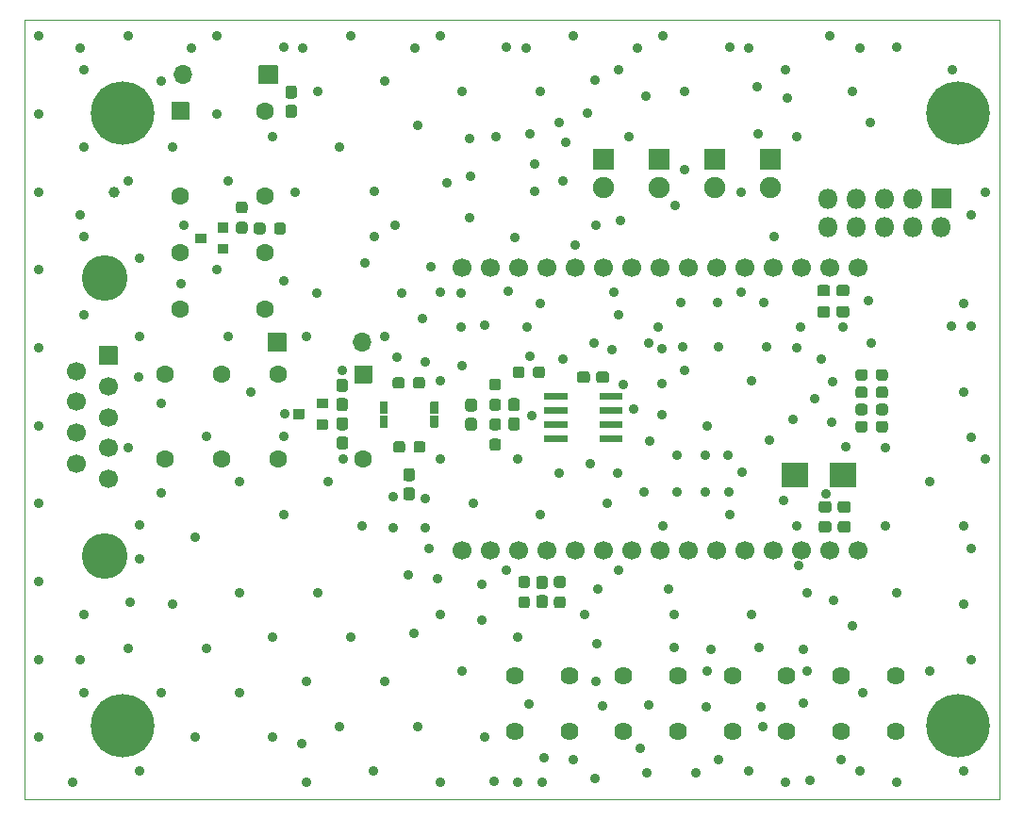
<source format=gbr>
%TF.GenerationSoftware,KiCad,Pcbnew,(5.1.8)-1*%
%TF.CreationDate,2020-12-02T11:58:54+01:00*%
%TF.ProjectId,Board,426f6172-642e-46b6-9963-61645f706362,rev?*%
%TF.SameCoordinates,PX253b400PY7a67730*%
%TF.FileFunction,Soldermask,Bot*%
%TF.FilePolarity,Negative*%
%FSLAX46Y46*%
G04 Gerber Fmt 4.6, Leading zero omitted, Abs format (unit mm)*
G04 Created by KiCad (PCBNEW (5.1.8)-1) date 2020-12-02 11:58:54*
%MOMM*%
%LPD*%
G01*
G04 APERTURE LIST*
%TA.AperFunction,Profile*%
%ADD10C,0.050000*%
%TD*%
%ADD11O,1.800000X1.800000*%
%ADD12C,1.000000*%
%ADD13C,1.700000*%
%ADD14C,5.700000*%
%ADD15O,1.700000X1.700000*%
%ADD16C,4.100000*%
%ADD17C,1.624000*%
%ADD18C,1.608000*%
%ADD19C,1.900000*%
%ADD20C,0.900000*%
G04 APERTURE END LIST*
D10*
X0Y70000000D02*
X0Y0D01*
X87500000Y70000000D02*
X0Y70000000D01*
X87500000Y0D02*
X87500000Y70000000D01*
X0Y0D02*
X87500000Y0D01*
D11*
X72160000Y51430000D03*
X72160000Y53970000D03*
X74700000Y51430000D03*
X74700000Y53970000D03*
X77240000Y51430000D03*
X77240000Y53970000D03*
X79780000Y51430000D03*
X79780000Y53970000D03*
X82320000Y51430000D03*
G36*
G01*
X81470000Y54870000D02*
X83170000Y54870000D01*
G75*
G02*
X83220000Y54820000I0J-50000D01*
G01*
X83220000Y53120000D01*
G75*
G02*
X83170000Y53070000I-50000J0D01*
G01*
X81470000Y53070000D01*
G75*
G02*
X81420000Y53120000I0J50000D01*
G01*
X81420000Y54820000D01*
G75*
G02*
X81470000Y54870000I50000J0D01*
G01*
G37*
D12*
X8000000Y54500000D03*
D13*
X39262000Y22374000D03*
X41802000Y22374000D03*
X44342000Y22374000D03*
X46882000Y22374000D03*
X49422000Y22374000D03*
X51962000Y22374000D03*
X54502000Y22374000D03*
X57042000Y22374000D03*
X59582000Y22374000D03*
X62122000Y22374000D03*
X64662000Y22374000D03*
X67202000Y22374000D03*
X69742000Y22374000D03*
X72282000Y22374000D03*
X74822000Y22374000D03*
X39262000Y47774000D03*
X41802000Y47774000D03*
X44342000Y47774000D03*
X46882000Y47774000D03*
X49422000Y47774000D03*
X51962000Y47774000D03*
X54502000Y47774000D03*
X57042000Y47774000D03*
X59582000Y47774000D03*
X62122000Y47774000D03*
X64662000Y47774000D03*
X67202000Y47774000D03*
X69742000Y47774000D03*
X72282000Y47774000D03*
X74822000Y47774000D03*
D14*
X83800000Y6600000D03*
X83800000Y61600000D03*
X8800000Y61600000D03*
X8800000Y6600000D03*
D15*
X30270000Y41050000D03*
G36*
G01*
X21800000Y40250000D02*
X21800000Y41850000D01*
G75*
G02*
X21850000Y41900000I50000J0D01*
G01*
X23450000Y41900000D01*
G75*
G02*
X23500000Y41850000I0J-50000D01*
G01*
X23500000Y40250000D01*
G75*
G02*
X23450000Y40200000I-50000J0D01*
G01*
X21850000Y40200000D01*
G75*
G02*
X21800000Y40250000I0J50000D01*
G01*
G37*
G36*
G01*
X34247500Y28022500D02*
X34772500Y28022500D01*
G75*
G02*
X35035000Y27760000I0J-262500D01*
G01*
X35035000Y27110000D01*
G75*
G02*
X34772500Y26847500I-262500J0D01*
G01*
X34247500Y26847500D01*
G75*
G02*
X33985000Y27110000I0J262500D01*
G01*
X33985000Y27760000D01*
G75*
G02*
X34247500Y28022500I262500J0D01*
G01*
G37*
G36*
G01*
X34247500Y29747500D02*
X34772500Y29747500D01*
G75*
G02*
X35035000Y29485000I0J-262500D01*
G01*
X35035000Y28835000D01*
G75*
G02*
X34772500Y28572500I-262500J0D01*
G01*
X34247500Y28572500D01*
G75*
G02*
X33985000Y28835000I0J262500D01*
G01*
X33985000Y29485000D01*
G75*
G02*
X34247500Y29747500I262500J0D01*
G01*
G37*
G36*
G01*
X51310000Y37647500D02*
X51310000Y38172500D01*
G75*
G02*
X51572500Y38435000I262500J0D01*
G01*
X52222500Y38435000D01*
G75*
G02*
X52485000Y38172500I0J-262500D01*
G01*
X52485000Y37647500D01*
G75*
G02*
X52222500Y37385000I-262500J0D01*
G01*
X51572500Y37385000D01*
G75*
G02*
X51310000Y37647500I0J262500D01*
G01*
G37*
G36*
G01*
X49585000Y37647500D02*
X49585000Y38172500D01*
G75*
G02*
X49847500Y38435000I262500J0D01*
G01*
X50497500Y38435000D01*
G75*
G02*
X50760000Y38172500I0J-262500D01*
G01*
X50760000Y37647500D01*
G75*
G02*
X50497500Y37385000I-262500J0D01*
G01*
X49847500Y37385000D01*
G75*
G02*
X49585000Y37647500I0J262500D01*
G01*
G37*
D16*
X7200000Y21810000D03*
X7200000Y46810000D03*
D13*
X4660000Y30155000D03*
X4660000Y32925000D03*
X4660000Y35695000D03*
X4660000Y38465000D03*
X7500000Y28770000D03*
X7500000Y31540000D03*
X7500000Y34310000D03*
X7500000Y37080000D03*
G36*
G01*
X6700000Y40700000D02*
X8300000Y40700000D01*
G75*
G02*
X8350000Y40650000I0J-50000D01*
G01*
X8350000Y39050000D01*
G75*
G02*
X8300000Y39000000I-50000J0D01*
G01*
X6700000Y39000000D01*
G75*
G02*
X6650000Y39050000I0J50000D01*
G01*
X6650000Y40650000D01*
G75*
G02*
X6700000Y40700000I50000J0D01*
G01*
G37*
D17*
X44030000Y11130000D03*
X48910000Y11130000D03*
X53790000Y11130000D03*
X58670000Y11130000D03*
X63550000Y11130000D03*
X68430000Y11130000D03*
X73310000Y11130000D03*
X78190000Y11130000D03*
X44030000Y6130000D03*
X48910000Y6130000D03*
X53790000Y6130000D03*
X58670000Y6130000D03*
X63550000Y6130000D03*
X68430000Y6130000D03*
X73310000Y6130000D03*
X78190000Y6130000D03*
G36*
G01*
X31194000Y38914000D02*
X31194000Y37406000D01*
G75*
G02*
X31144000Y37356000I-50000J0D01*
G01*
X29636000Y37356000D01*
G75*
G02*
X29586000Y37406000I0J50000D01*
G01*
X29586000Y38914000D01*
G75*
G02*
X29636000Y38964000I50000J0D01*
G01*
X31144000Y38964000D01*
G75*
G02*
X31194000Y38914000I0J-50000D01*
G01*
G37*
D18*
X30390000Y30540000D03*
X22770000Y30540000D03*
X22770000Y38160000D03*
X17690000Y38160000D03*
X17690000Y30540000D03*
X12610000Y30540000D03*
X12610000Y38160000D03*
G36*
G01*
X44898500Y38616500D02*
X44898500Y38091500D01*
G75*
G02*
X44636000Y37829000I-262500J0D01*
G01*
X44086000Y37829000D01*
G75*
G02*
X43823500Y38091500I0J262500D01*
G01*
X43823500Y38616500D01*
G75*
G02*
X44086000Y38879000I262500J0D01*
G01*
X44636000Y38879000D01*
G75*
G02*
X44898500Y38616500I0J-262500D01*
G01*
G37*
G36*
G01*
X46723500Y38616500D02*
X46723500Y38091500D01*
G75*
G02*
X46461000Y37829000I-262500J0D01*
G01*
X45911000Y37829000D01*
G75*
G02*
X45648500Y38091500I0J262500D01*
G01*
X45648500Y38616500D01*
G75*
G02*
X45911000Y38879000I262500J0D01*
G01*
X46461000Y38879000D01*
G75*
G02*
X46723500Y38616500I0J-262500D01*
G01*
G37*
G36*
G01*
X19752500Y52627500D02*
X19227500Y52627500D01*
G75*
G02*
X18965000Y52890000I0J262500D01*
G01*
X18965000Y53440000D01*
G75*
G02*
X19227500Y53702500I262500J0D01*
G01*
X19752500Y53702500D01*
G75*
G02*
X20015000Y53440000I0J-262500D01*
G01*
X20015000Y52890000D01*
G75*
G02*
X19752500Y52627500I-262500J0D01*
G01*
G37*
G36*
G01*
X19752500Y50802500D02*
X19227500Y50802500D01*
G75*
G02*
X18965000Y51065000I0J262500D01*
G01*
X18965000Y51615000D01*
G75*
G02*
X19227500Y51877500I262500J0D01*
G01*
X19752500Y51877500D01*
G75*
G02*
X20015000Y51615000I0J-262500D01*
G01*
X20015000Y51065000D01*
G75*
G02*
X19752500Y50802500I-262500J0D01*
G01*
G37*
G36*
G01*
X22382500Y51007500D02*
X22382500Y51532500D01*
G75*
G02*
X22645000Y51795000I262500J0D01*
G01*
X23195000Y51795000D01*
G75*
G02*
X23457500Y51532500I0J-262500D01*
G01*
X23457500Y51007500D01*
G75*
G02*
X23195000Y50745000I-262500J0D01*
G01*
X22645000Y50745000D01*
G75*
G02*
X22382500Y51007500I0J262500D01*
G01*
G37*
G36*
G01*
X20557500Y51007500D02*
X20557500Y51532500D01*
G75*
G02*
X20820000Y51795000I262500J0D01*
G01*
X21370000Y51795000D01*
G75*
G02*
X21632500Y51532500I0J-262500D01*
G01*
X21632500Y51007500D01*
G75*
G02*
X21370000Y50745000I-262500J0D01*
G01*
X20820000Y50745000D01*
G75*
G02*
X20557500Y51007500I0J262500D01*
G01*
G37*
G36*
G01*
X75685000Y33722500D02*
X75685000Y33197500D01*
G75*
G02*
X75422500Y32935000I-262500J0D01*
G01*
X74872500Y32935000D01*
G75*
G02*
X74610000Y33197500I0J262500D01*
G01*
X74610000Y33722500D01*
G75*
G02*
X74872500Y33985000I262500J0D01*
G01*
X75422500Y33985000D01*
G75*
G02*
X75685000Y33722500I0J-262500D01*
G01*
G37*
G36*
G01*
X77510000Y33722500D02*
X77510000Y33197500D01*
G75*
G02*
X77247500Y32935000I-262500J0D01*
G01*
X76697500Y32935000D01*
G75*
G02*
X76435000Y33197500I0J262500D01*
G01*
X76435000Y33722500D01*
G75*
G02*
X76697500Y33985000I262500J0D01*
G01*
X77247500Y33985000D01*
G75*
G02*
X77510000Y33722500I0J-262500D01*
G01*
G37*
G36*
G01*
X75685000Y35272500D02*
X75685000Y34747500D01*
G75*
G02*
X75422500Y34485000I-262500J0D01*
G01*
X74872500Y34485000D01*
G75*
G02*
X74610000Y34747500I0J262500D01*
G01*
X74610000Y35272500D01*
G75*
G02*
X74872500Y35535000I262500J0D01*
G01*
X75422500Y35535000D01*
G75*
G02*
X75685000Y35272500I0J-262500D01*
G01*
G37*
G36*
G01*
X77510000Y35272500D02*
X77510000Y34747500D01*
G75*
G02*
X77247500Y34485000I-262500J0D01*
G01*
X76697500Y34485000D01*
G75*
G02*
X76435000Y34747500I0J262500D01*
G01*
X76435000Y35272500D01*
G75*
G02*
X76697500Y35535000I262500J0D01*
G01*
X77247500Y35535000D01*
G75*
G02*
X77510000Y35272500I0J-262500D01*
G01*
G37*
G36*
G01*
X75685000Y36822500D02*
X75685000Y36297500D01*
G75*
G02*
X75422500Y36035000I-262500J0D01*
G01*
X74872500Y36035000D01*
G75*
G02*
X74610000Y36297500I0J262500D01*
G01*
X74610000Y36822500D01*
G75*
G02*
X74872500Y37085000I262500J0D01*
G01*
X75422500Y37085000D01*
G75*
G02*
X75685000Y36822500I0J-262500D01*
G01*
G37*
G36*
G01*
X77510000Y36822500D02*
X77510000Y36297500D01*
G75*
G02*
X77247500Y36035000I-262500J0D01*
G01*
X76697500Y36035000D01*
G75*
G02*
X76435000Y36297500I0J262500D01*
G01*
X76435000Y36822500D01*
G75*
G02*
X76697500Y37085000I262500J0D01*
G01*
X77247500Y37085000D01*
G75*
G02*
X77510000Y36822500I0J-262500D01*
G01*
G37*
G36*
G01*
X75685000Y38372500D02*
X75685000Y37847500D01*
G75*
G02*
X75422500Y37585000I-262500J0D01*
G01*
X74872500Y37585000D01*
G75*
G02*
X74610000Y37847500I0J262500D01*
G01*
X74610000Y38372500D01*
G75*
G02*
X74872500Y38635000I262500J0D01*
G01*
X75422500Y38635000D01*
G75*
G02*
X75685000Y38372500I0J-262500D01*
G01*
G37*
G36*
G01*
X77510000Y38372500D02*
X77510000Y37847500D01*
G75*
G02*
X77247500Y37585000I-262500J0D01*
G01*
X76697500Y37585000D01*
G75*
G02*
X76435000Y37847500I0J262500D01*
G01*
X76435000Y38372500D01*
G75*
G02*
X76697500Y38635000I262500J0D01*
G01*
X77247500Y38635000D01*
G75*
G02*
X77510000Y38372500I0J-262500D01*
G01*
G37*
G36*
G01*
X41986500Y32391000D02*
X42511500Y32391000D01*
G75*
G02*
X42774000Y32128500I0J-262500D01*
G01*
X42774000Y31578500D01*
G75*
G02*
X42511500Y31316000I-262500J0D01*
G01*
X41986500Y31316000D01*
G75*
G02*
X41724000Y31578500I0J262500D01*
G01*
X41724000Y32128500D01*
G75*
G02*
X41986500Y32391000I262500J0D01*
G01*
G37*
G36*
G01*
X41986500Y34216000D02*
X42511500Y34216000D01*
G75*
G02*
X42774000Y33953500I0J-262500D01*
G01*
X42774000Y33403500D01*
G75*
G02*
X42511500Y33141000I-262500J0D01*
G01*
X41986500Y33141000D01*
G75*
G02*
X41724000Y33403500I0J262500D01*
G01*
X41724000Y33953500D01*
G75*
G02*
X41986500Y34216000I262500J0D01*
G01*
G37*
G36*
G01*
X41986500Y35970500D02*
X42511500Y35970500D01*
G75*
G02*
X42774000Y35708000I0J-262500D01*
G01*
X42774000Y35158000D01*
G75*
G02*
X42511500Y34895500I-262500J0D01*
G01*
X41986500Y34895500D01*
G75*
G02*
X41724000Y35158000I0J262500D01*
G01*
X41724000Y35708000D01*
G75*
G02*
X41986500Y35970500I262500J0D01*
G01*
G37*
G36*
G01*
X41986500Y37795500D02*
X42511500Y37795500D01*
G75*
G02*
X42774000Y37533000I0J-262500D01*
G01*
X42774000Y36983000D01*
G75*
G02*
X42511500Y36720500I-262500J0D01*
G01*
X41986500Y36720500D01*
G75*
G02*
X41724000Y36983000I0J262500D01*
G01*
X41724000Y37533000D01*
G75*
G02*
X41986500Y37795500I262500J0D01*
G01*
G37*
G36*
G01*
X34162500Y31912500D02*
X34162500Y31387500D01*
G75*
G02*
X33900000Y31125000I-262500J0D01*
G01*
X33350000Y31125000D01*
G75*
G02*
X33087500Y31387500I0J262500D01*
G01*
X33087500Y31912500D01*
G75*
G02*
X33350000Y32175000I262500J0D01*
G01*
X33900000Y32175000D01*
G75*
G02*
X34162500Y31912500I0J-262500D01*
G01*
G37*
G36*
G01*
X35987500Y31912500D02*
X35987500Y31387500D01*
G75*
G02*
X35725000Y31125000I-262500J0D01*
G01*
X35175000Y31125000D01*
G75*
G02*
X34912500Y31387500I0J262500D01*
G01*
X34912500Y31912500D01*
G75*
G02*
X35175000Y32175000I262500J0D01*
G01*
X35725000Y32175000D01*
G75*
G02*
X35987500Y31912500I0J-262500D01*
G01*
G37*
G36*
G01*
X34117500Y37662500D02*
X34117500Y37137500D01*
G75*
G02*
X33855000Y36875000I-262500J0D01*
G01*
X33305000Y36875000D01*
G75*
G02*
X33042500Y37137500I0J262500D01*
G01*
X33042500Y37662500D01*
G75*
G02*
X33305000Y37925000I262500J0D01*
G01*
X33855000Y37925000D01*
G75*
G02*
X34117500Y37662500I0J-262500D01*
G01*
G37*
G36*
G01*
X35942500Y37662500D02*
X35942500Y37137500D01*
G75*
G02*
X35680000Y36875000I-262500J0D01*
G01*
X35130000Y36875000D01*
G75*
G02*
X34867500Y37137500I0J262500D01*
G01*
X34867500Y37662500D01*
G75*
G02*
X35130000Y37925000I262500J0D01*
G01*
X35680000Y37925000D01*
G75*
G02*
X35942500Y37662500I0J-262500D01*
G01*
G37*
G36*
G01*
X47787500Y18232500D02*
X48312500Y18232500D01*
G75*
G02*
X48575000Y17970000I0J-262500D01*
G01*
X48575000Y17420000D01*
G75*
G02*
X48312500Y17157500I-262500J0D01*
G01*
X47787500Y17157500D01*
G75*
G02*
X47525000Y17420000I0J262500D01*
G01*
X47525000Y17970000D01*
G75*
G02*
X47787500Y18232500I262500J0D01*
G01*
G37*
G36*
G01*
X47787500Y20057500D02*
X48312500Y20057500D01*
G75*
G02*
X48575000Y19795000I0J-262500D01*
G01*
X48575000Y19245000D01*
G75*
G02*
X48312500Y18982500I-262500J0D01*
G01*
X47787500Y18982500D01*
G75*
G02*
X47525000Y19245000I0J262500D01*
G01*
X47525000Y19795000D01*
G75*
G02*
X47787500Y20057500I262500J0D01*
G01*
G37*
G36*
G01*
X45102500Y18982500D02*
X44577500Y18982500D01*
G75*
G02*
X44315000Y19245000I0J262500D01*
G01*
X44315000Y19795000D01*
G75*
G02*
X44577500Y20057500I262500J0D01*
G01*
X45102500Y20057500D01*
G75*
G02*
X45365000Y19795000I0J-262500D01*
G01*
X45365000Y19245000D01*
G75*
G02*
X45102500Y18982500I-262500J0D01*
G01*
G37*
G36*
G01*
X45102500Y17157500D02*
X44577500Y17157500D01*
G75*
G02*
X44315000Y17420000I0J262500D01*
G01*
X44315000Y17970000D01*
G75*
G02*
X44577500Y18232500I262500J0D01*
G01*
X45102500Y18232500D01*
G75*
G02*
X45365000Y17970000I0J-262500D01*
G01*
X45365000Y17420000D01*
G75*
G02*
X45102500Y17157500I-262500J0D01*
G01*
G37*
G36*
G01*
X72880000Y43527500D02*
X72880000Y44052500D01*
G75*
G02*
X73142500Y44315000I262500J0D01*
G01*
X73792500Y44315000D01*
G75*
G02*
X74055000Y44052500I0J-262500D01*
G01*
X74055000Y43527500D01*
G75*
G02*
X73792500Y43265000I-262500J0D01*
G01*
X73142500Y43265000D01*
G75*
G02*
X72880000Y43527500I0J262500D01*
G01*
G37*
G36*
G01*
X71155000Y43527500D02*
X71155000Y44052500D01*
G75*
G02*
X71417500Y44315000I262500J0D01*
G01*
X72067500Y44315000D01*
G75*
G02*
X72330000Y44052500I0J-262500D01*
G01*
X72330000Y43527500D01*
G75*
G02*
X72067500Y43265000I-262500J0D01*
G01*
X71417500Y43265000D01*
G75*
G02*
X71155000Y43527500I0J262500D01*
G01*
G37*
G36*
G01*
X72880000Y45437500D02*
X72880000Y45962500D01*
G75*
G02*
X73142500Y46225000I262500J0D01*
G01*
X73792500Y46225000D01*
G75*
G02*
X74055000Y45962500I0J-262500D01*
G01*
X74055000Y45437500D01*
G75*
G02*
X73792500Y45175000I-262500J0D01*
G01*
X73142500Y45175000D01*
G75*
G02*
X72880000Y45437500I0J262500D01*
G01*
G37*
G36*
G01*
X71155000Y45437500D02*
X71155000Y45962500D01*
G75*
G02*
X71417500Y46225000I262500J0D01*
G01*
X72067500Y46225000D01*
G75*
G02*
X72330000Y45962500I0J-262500D01*
G01*
X72330000Y45437500D01*
G75*
G02*
X72067500Y45175000I-262500J0D01*
G01*
X71417500Y45175000D01*
G75*
G02*
X71155000Y45437500I0J262500D01*
G01*
G37*
G36*
G01*
X73003000Y24207500D02*
X73003000Y24732500D01*
G75*
G02*
X73265500Y24995000I262500J0D01*
G01*
X73915500Y24995000D01*
G75*
G02*
X74178000Y24732500I0J-262500D01*
G01*
X74178000Y24207500D01*
G75*
G02*
X73915500Y23945000I-262500J0D01*
G01*
X73265500Y23945000D01*
G75*
G02*
X73003000Y24207500I0J262500D01*
G01*
G37*
G36*
G01*
X71278000Y24207500D02*
X71278000Y24732500D01*
G75*
G02*
X71540500Y24995000I262500J0D01*
G01*
X72190500Y24995000D01*
G75*
G02*
X72453000Y24732500I0J-262500D01*
G01*
X72453000Y24207500D01*
G75*
G02*
X72190500Y23945000I-262500J0D01*
G01*
X71540500Y23945000D01*
G75*
G02*
X71278000Y24207500I0J262500D01*
G01*
G37*
G36*
G01*
X72453000Y26522500D02*
X72453000Y25997500D01*
G75*
G02*
X72190500Y25735000I-262500J0D01*
G01*
X71540500Y25735000D01*
G75*
G02*
X71278000Y25997500I0J262500D01*
G01*
X71278000Y26522500D01*
G75*
G02*
X71540500Y26785000I262500J0D01*
G01*
X72190500Y26785000D01*
G75*
G02*
X72453000Y26522500I0J-262500D01*
G01*
G37*
G36*
G01*
X74178000Y26522500D02*
X74178000Y25997500D01*
G75*
G02*
X73915500Y25735000I-262500J0D01*
G01*
X73265500Y25735000D01*
G75*
G02*
X73003000Y25997500I0J262500D01*
G01*
X73003000Y26522500D01*
G75*
G02*
X73265500Y26785000I262500J0D01*
G01*
X73915500Y26785000D01*
G75*
G02*
X74178000Y26522500I0J-262500D01*
G01*
G37*
G36*
G01*
X24192500Y62935000D02*
X23667500Y62935000D01*
G75*
G02*
X23405000Y63197500I0J262500D01*
G01*
X23405000Y63847500D01*
G75*
G02*
X23667500Y64110000I262500J0D01*
G01*
X24192500Y64110000D01*
G75*
G02*
X24455000Y63847500I0J-262500D01*
G01*
X24455000Y63197500D01*
G75*
G02*
X24192500Y62935000I-262500J0D01*
G01*
G37*
G36*
G01*
X24192500Y61210000D02*
X23667500Y61210000D01*
G75*
G02*
X23405000Y61472500I0J262500D01*
G01*
X23405000Y62122500D01*
G75*
G02*
X23667500Y62385000I262500J0D01*
G01*
X24192500Y62385000D01*
G75*
G02*
X24455000Y62122500I0J-262500D01*
G01*
X24455000Y61472500D01*
G75*
G02*
X24192500Y61210000I-262500J0D01*
G01*
G37*
G36*
G01*
X44202500Y34852500D02*
X43677500Y34852500D01*
G75*
G02*
X43415000Y35115000I0J262500D01*
G01*
X43415000Y35765000D01*
G75*
G02*
X43677500Y36027500I262500J0D01*
G01*
X44202500Y36027500D01*
G75*
G02*
X44465000Y35765000I0J-262500D01*
G01*
X44465000Y35115000D01*
G75*
G02*
X44202500Y34852500I-262500J0D01*
G01*
G37*
G36*
G01*
X44202500Y33127500D02*
X43677500Y33127500D01*
G75*
G02*
X43415000Y33390000I0J262500D01*
G01*
X43415000Y34040000D01*
G75*
G02*
X43677500Y34302500I262500J0D01*
G01*
X44202500Y34302500D01*
G75*
G02*
X44465000Y34040000I0J-262500D01*
G01*
X44465000Y33390000D01*
G75*
G02*
X44202500Y33127500I-262500J0D01*
G01*
G37*
G36*
G01*
X39827500Y34269000D02*
X40352500Y34269000D01*
G75*
G02*
X40615000Y34006500I0J-262500D01*
G01*
X40615000Y33356500D01*
G75*
G02*
X40352500Y33094000I-262500J0D01*
G01*
X39827500Y33094000D01*
G75*
G02*
X39565000Y33356500I0J262500D01*
G01*
X39565000Y34006500D01*
G75*
G02*
X39827500Y34269000I262500J0D01*
G01*
G37*
G36*
G01*
X39827500Y35994000D02*
X40352500Y35994000D01*
G75*
G02*
X40615000Y35731500I0J-262500D01*
G01*
X40615000Y35081500D01*
G75*
G02*
X40352500Y34819000I-262500J0D01*
G01*
X39827500Y34819000D01*
G75*
G02*
X39565000Y35081500I0J262500D01*
G01*
X39565000Y35731500D01*
G75*
G02*
X39827500Y35994000I262500J0D01*
G01*
G37*
G36*
G01*
X28792500Y33145000D02*
X28267500Y33145000D01*
G75*
G02*
X28005000Y33407500I0J262500D01*
G01*
X28005000Y34057500D01*
G75*
G02*
X28267500Y34320000I262500J0D01*
G01*
X28792500Y34320000D01*
G75*
G02*
X29055000Y34057500I0J-262500D01*
G01*
X29055000Y33407500D01*
G75*
G02*
X28792500Y33145000I-262500J0D01*
G01*
G37*
G36*
G01*
X28792500Y31420000D02*
X28267500Y31420000D01*
G75*
G02*
X28005000Y31682500I0J262500D01*
G01*
X28005000Y32332500D01*
G75*
G02*
X28267500Y32595000I262500J0D01*
G01*
X28792500Y32595000D01*
G75*
G02*
X29055000Y32332500I0J-262500D01*
G01*
X29055000Y31682500D01*
G75*
G02*
X28792500Y31420000I-262500J0D01*
G01*
G37*
G36*
G01*
X28772500Y36595000D02*
X28247500Y36595000D01*
G75*
G02*
X27985000Y36857500I0J262500D01*
G01*
X27985000Y37507500D01*
G75*
G02*
X28247500Y37770000I262500J0D01*
G01*
X28772500Y37770000D01*
G75*
G02*
X29035000Y37507500I0J-262500D01*
G01*
X29035000Y36857500D01*
G75*
G02*
X28772500Y36595000I-262500J0D01*
G01*
G37*
G36*
G01*
X28772500Y34870000D02*
X28247500Y34870000D01*
G75*
G02*
X27985000Y35132500I0J262500D01*
G01*
X27985000Y35782500D01*
G75*
G02*
X28247500Y36045000I262500J0D01*
G01*
X28772500Y36045000D01*
G75*
G02*
X29035000Y35782500I0J-262500D01*
G01*
X29035000Y35132500D01*
G75*
G02*
X28772500Y34870000I-262500J0D01*
G01*
G37*
G36*
G01*
X46187500Y18332500D02*
X46712500Y18332500D01*
G75*
G02*
X46975000Y18070000I0J-262500D01*
G01*
X46975000Y17420000D01*
G75*
G02*
X46712500Y17157500I-262500J0D01*
G01*
X46187500Y17157500D01*
G75*
G02*
X45925000Y17420000I0J262500D01*
G01*
X45925000Y18070000D01*
G75*
G02*
X46187500Y18332500I262500J0D01*
G01*
G37*
G36*
G01*
X46187500Y20057500D02*
X46712500Y20057500D01*
G75*
G02*
X46975000Y19795000I0J-262500D01*
G01*
X46975000Y19145000D01*
G75*
G02*
X46712500Y18882500I-262500J0D01*
G01*
X46187500Y18882500D01*
G75*
G02*
X45925000Y19145000I0J262500D01*
G01*
X45925000Y19795000D01*
G75*
G02*
X46187500Y20057500I262500J0D01*
G01*
G37*
G36*
G01*
X32582000Y34424000D02*
X32582000Y33424000D01*
G75*
G02*
X32532000Y33374000I-50000J0D01*
G01*
X31932000Y33374000D01*
G75*
G02*
X31882000Y33424000I0J50000D01*
G01*
X31882000Y34424000D01*
G75*
G02*
X31932000Y34474000I50000J0D01*
G01*
X32532000Y34474000D01*
G75*
G02*
X32582000Y34424000I0J-50000D01*
G01*
G37*
G36*
G01*
X37132000Y34424000D02*
X37132000Y33424000D01*
G75*
G02*
X37082000Y33374000I-50000J0D01*
G01*
X36482000Y33374000D01*
G75*
G02*
X36432000Y33424000I0J50000D01*
G01*
X36432000Y34424000D01*
G75*
G02*
X36482000Y34474000I50000J0D01*
G01*
X37082000Y34474000D01*
G75*
G02*
X37132000Y34424000I0J-50000D01*
G01*
G37*
G36*
G01*
X32582000Y35674000D02*
X32582000Y34674000D01*
G75*
G02*
X32532000Y34624000I-50000J0D01*
G01*
X31932000Y34624000D01*
G75*
G02*
X31882000Y34674000I0J50000D01*
G01*
X31882000Y35674000D01*
G75*
G02*
X31932000Y35724000I50000J0D01*
G01*
X32532000Y35724000D01*
G75*
G02*
X32582000Y35674000I0J-50000D01*
G01*
G37*
G36*
G01*
X37132000Y35674000D02*
X37132000Y34674000D01*
G75*
G02*
X37082000Y34624000I-50000J0D01*
G01*
X36482000Y34624000D01*
G75*
G02*
X36432000Y34674000I0J50000D01*
G01*
X36432000Y35674000D01*
G75*
G02*
X36482000Y35724000I50000J0D01*
G01*
X37082000Y35724000D01*
G75*
G02*
X37132000Y35674000I0J-50000D01*
G01*
G37*
G36*
G01*
X18310000Y51740000D02*
X18310000Y50940000D01*
G75*
G02*
X18260000Y50890000I-50000J0D01*
G01*
X17360000Y50890000D01*
G75*
G02*
X17310000Y50940000I0J50000D01*
G01*
X17310000Y51740000D01*
G75*
G02*
X17360000Y51790000I50000J0D01*
G01*
X18260000Y51790000D01*
G75*
G02*
X18310000Y51740000I0J-50000D01*
G01*
G37*
G36*
G01*
X18310000Y49840000D02*
X18310000Y49040000D01*
G75*
G02*
X18260000Y48990000I-50000J0D01*
G01*
X17360000Y48990000D01*
G75*
G02*
X17310000Y49040000I0J50000D01*
G01*
X17310000Y49840000D01*
G75*
G02*
X17360000Y49890000I50000J0D01*
G01*
X18260000Y49890000D01*
G75*
G02*
X18310000Y49840000I0J-50000D01*
G01*
G37*
G36*
G01*
X16310000Y50790000D02*
X16310000Y49990000D01*
G75*
G02*
X16260000Y49940000I-50000J0D01*
G01*
X15360000Y49940000D01*
G75*
G02*
X15310000Y49990000I0J50000D01*
G01*
X15310000Y50790000D01*
G75*
G02*
X15360000Y50840000I50000J0D01*
G01*
X16260000Y50840000D01*
G75*
G02*
X16310000Y50790000I0J-50000D01*
G01*
G37*
X13990000Y44040000D03*
X21610000Y44040000D03*
X21610000Y49120000D03*
X13990000Y49120000D03*
X13990000Y54200000D03*
X21610000Y54200000D03*
X21610000Y61820000D03*
G36*
G01*
X13236000Y62624000D02*
X14744000Y62624000D01*
G75*
G02*
X14794000Y62574000I0J-50000D01*
G01*
X14794000Y61066000D01*
G75*
G02*
X14744000Y61016000I-50000J0D01*
G01*
X13236000Y61016000D01*
G75*
G02*
X13186000Y61066000I0J50000D01*
G01*
X13186000Y62574000D01*
G75*
G02*
X13236000Y62624000I50000J0D01*
G01*
G37*
G36*
G01*
X22720000Y65900000D02*
X22720000Y64300000D01*
G75*
G02*
X22670000Y64250000I-50000J0D01*
G01*
X21070000Y64250000D01*
G75*
G02*
X21020000Y64300000I0J50000D01*
G01*
X21020000Y65900000D01*
G75*
G02*
X21070000Y65950000I50000J0D01*
G01*
X22670000Y65950000D01*
G75*
G02*
X22720000Y65900000I0J-50000D01*
G01*
G37*
D15*
X14250000Y65100000D03*
G36*
G01*
X51060000Y58440000D02*
X52860000Y58440000D01*
G75*
G02*
X52910000Y58390000I0J-50000D01*
G01*
X52910000Y56590000D01*
G75*
G02*
X52860000Y56540000I-50000J0D01*
G01*
X51060000Y56540000D01*
G75*
G02*
X51010000Y56590000I0J50000D01*
G01*
X51010000Y58390000D01*
G75*
G02*
X51060000Y58440000I50000J0D01*
G01*
G37*
D19*
X51960000Y54950000D03*
G36*
G01*
X70375000Y30200000D02*
X70375000Y28080000D01*
G75*
G02*
X70325000Y28030000I-50000J0D01*
G01*
X68035000Y28030000D01*
G75*
G02*
X67985000Y28080000I0J50000D01*
G01*
X67985000Y30200000D01*
G75*
G02*
X68035000Y30250000I50000J0D01*
G01*
X70325000Y30250000D01*
G75*
G02*
X70375000Y30200000I0J-50000D01*
G01*
G37*
G36*
G01*
X74695000Y30200000D02*
X74695000Y28080000D01*
G75*
G02*
X74645000Y28030000I-50000J0D01*
G01*
X72355000Y28030000D01*
G75*
G02*
X72305000Y28080000I0J50000D01*
G01*
X72305000Y30200000D01*
G75*
G02*
X72355000Y30250000I50000J0D01*
G01*
X74645000Y30250000D01*
G75*
G02*
X74695000Y30200000I0J-50000D01*
G01*
G37*
G36*
G01*
X53678200Y36474401D02*
X53678200Y35915599D01*
G75*
G02*
X53628201Y35865600I-49999J0D01*
G01*
X51646999Y35865600D01*
G75*
G02*
X51597000Y35915599I0J49999D01*
G01*
X51597000Y36474401D01*
G75*
G02*
X51646999Y36524400I49999J0D01*
G01*
X53628201Y36524400D01*
G75*
G02*
X53678200Y36474401I0J-49999D01*
G01*
G37*
G36*
G01*
X53678200Y35204401D02*
X53678200Y34645599D01*
G75*
G02*
X53628201Y34595600I-49999J0D01*
G01*
X51646999Y34595600D01*
G75*
G02*
X51597000Y34645599I0J49999D01*
G01*
X51597000Y35204401D01*
G75*
G02*
X51646999Y35254400I49999J0D01*
G01*
X53628201Y35254400D01*
G75*
G02*
X53678200Y35204401I0J-49999D01*
G01*
G37*
G36*
G01*
X53678200Y33934401D02*
X53678200Y33375599D01*
G75*
G02*
X53628201Y33325600I-49999J0D01*
G01*
X51646999Y33325600D01*
G75*
G02*
X51597000Y33375599I0J49999D01*
G01*
X51597000Y33934401D01*
G75*
G02*
X51646999Y33984400I49999J0D01*
G01*
X53628201Y33984400D01*
G75*
G02*
X53678200Y33934401I0J-49999D01*
G01*
G37*
G36*
G01*
X53678200Y32664401D02*
X53678200Y32105599D01*
G75*
G02*
X53628201Y32055600I-49999J0D01*
G01*
X51646999Y32055600D01*
G75*
G02*
X51597000Y32105599I0J49999D01*
G01*
X51597000Y32664401D01*
G75*
G02*
X51646999Y32714400I49999J0D01*
G01*
X53628201Y32714400D01*
G75*
G02*
X53678200Y32664401I0J-49999D01*
G01*
G37*
G36*
G01*
X48750600Y32664401D02*
X48750600Y32105599D01*
G75*
G02*
X48700601Y32055600I-49999J0D01*
G01*
X46719399Y32055600D01*
G75*
G02*
X46669400Y32105599I0J49999D01*
G01*
X46669400Y32664401D01*
G75*
G02*
X46719399Y32714400I49999J0D01*
G01*
X48700601Y32714400D01*
G75*
G02*
X48750600Y32664401I0J-49999D01*
G01*
G37*
G36*
G01*
X48750600Y33934401D02*
X48750600Y33375599D01*
G75*
G02*
X48700601Y33325600I-49999J0D01*
G01*
X46719399Y33325600D01*
G75*
G02*
X46669400Y33375599I0J49999D01*
G01*
X46669400Y33934401D01*
G75*
G02*
X46719399Y33984400I49999J0D01*
G01*
X48700601Y33984400D01*
G75*
G02*
X48750600Y33934401I0J-49999D01*
G01*
G37*
G36*
G01*
X48750600Y35204401D02*
X48750600Y34645599D01*
G75*
G02*
X48700601Y34595600I-49999J0D01*
G01*
X46719399Y34595600D01*
G75*
G02*
X46669400Y34645599I0J49999D01*
G01*
X46669400Y35204401D01*
G75*
G02*
X46719399Y35254400I49999J0D01*
G01*
X48700601Y35254400D01*
G75*
G02*
X48750600Y35204401I0J-49999D01*
G01*
G37*
G36*
G01*
X48750600Y36474401D02*
X48750600Y35915599D01*
G75*
G02*
X48700601Y35865600I-49999J0D01*
G01*
X46719399Y35865600D01*
G75*
G02*
X46669400Y35915599I0J49999D01*
G01*
X46669400Y36474401D01*
G75*
G02*
X46719399Y36524400I49999J0D01*
G01*
X48700601Y36524400D01*
G75*
G02*
X48750600Y36474401I0J-49999D01*
G01*
G37*
G36*
G01*
X66060000Y58440000D02*
X67860000Y58440000D01*
G75*
G02*
X67910000Y58390000I0J-50000D01*
G01*
X67910000Y56590000D01*
G75*
G02*
X67860000Y56540000I-50000J0D01*
G01*
X66060000Y56540000D01*
G75*
G02*
X66010000Y56590000I0J50000D01*
G01*
X66010000Y58390000D01*
G75*
G02*
X66060000Y58440000I50000J0D01*
G01*
G37*
X66960000Y54950000D03*
G36*
G01*
X61060000Y58440000D02*
X62860000Y58440000D01*
G75*
G02*
X62910000Y58390000I0J-50000D01*
G01*
X62910000Y56590000D01*
G75*
G02*
X62860000Y56540000I-50000J0D01*
G01*
X61060000Y56540000D01*
G75*
G02*
X61010000Y56590000I0J50000D01*
G01*
X61010000Y58390000D01*
G75*
G02*
X61060000Y58440000I50000J0D01*
G01*
G37*
X61960000Y54950000D03*
G36*
G01*
X56060000Y58440000D02*
X57860000Y58440000D01*
G75*
G02*
X57910000Y58390000I0J-50000D01*
G01*
X57910000Y56590000D01*
G75*
G02*
X57860000Y56540000I-50000J0D01*
G01*
X56060000Y56540000D01*
G75*
G02*
X56010000Y56590000I0J50000D01*
G01*
X56010000Y58390000D01*
G75*
G02*
X56060000Y58440000I50000J0D01*
G01*
G37*
X56960000Y54950000D03*
G36*
G01*
X26260000Y36010000D02*
X27160000Y36010000D01*
G75*
G02*
X27210000Y35960000I0J-50000D01*
G01*
X27210000Y35160000D01*
G75*
G02*
X27160000Y35110000I-50000J0D01*
G01*
X26260000Y35110000D01*
G75*
G02*
X26210000Y35160000I0J50000D01*
G01*
X26210000Y35960000D01*
G75*
G02*
X26260000Y36010000I50000J0D01*
G01*
G37*
G36*
G01*
X26260000Y34110000D02*
X27160000Y34110000D01*
G75*
G02*
X27210000Y34060000I0J-50000D01*
G01*
X27210000Y33260000D01*
G75*
G02*
X27160000Y33210000I-50000J0D01*
G01*
X26260000Y33210000D01*
G75*
G02*
X26210000Y33260000I0J50000D01*
G01*
X26210000Y34060000D01*
G75*
G02*
X26260000Y34110000I50000J0D01*
G01*
G37*
G36*
G01*
X24160000Y35060000D02*
X25060000Y35060000D01*
G75*
G02*
X25110000Y35010000I0J-50000D01*
G01*
X25110000Y34210000D01*
G75*
G02*
X25060000Y34160000I-50000J0D01*
G01*
X24160000Y34160000D01*
G75*
G02*
X24110000Y34210000I0J50000D01*
G01*
X24110000Y35010000D01*
G75*
G02*
X24160000Y35060000I50000J0D01*
G01*
G37*
D20*
X65000000Y2500000D03*
X75000000Y2500000D03*
X85000000Y12500000D03*
X85000000Y22500000D03*
X85000000Y32500000D03*
X85000000Y42500000D03*
X85000000Y52500000D03*
X75000000Y67500000D03*
X65000000Y67500000D03*
X55000000Y67500000D03*
X45000000Y67500000D03*
X35000000Y67500000D03*
X25000000Y67500000D03*
X15000000Y67500000D03*
X5000000Y67500000D03*
X5000000Y52500000D03*
X5000000Y12500000D03*
X54720000Y35060000D03*
X31380000Y50580000D03*
X31380000Y54600000D03*
X45560000Y34450000D03*
X71940000Y27430000D03*
X53500000Y52000000D03*
X72500000Y33900000D03*
X73700000Y31700000D03*
X58400000Y53300000D03*
X14000000Y46350000D03*
X62200000Y44650000D03*
X52900000Y45550000D03*
X39150000Y42450000D03*
X45100000Y42400000D03*
X39300000Y38950000D03*
X45400000Y39800000D03*
X45400000Y59800000D03*
X48600000Y59000000D03*
X37950000Y55350000D03*
X40000000Y56000000D03*
X26250000Y45450000D03*
X33850000Y45450000D03*
X39200000Y45500000D03*
X43450000Y45600000D03*
X57200000Y40500000D03*
X57200000Y37300000D03*
X56150000Y32150000D03*
X57250000Y34550000D03*
X58900000Y44650000D03*
X59050000Y40650000D03*
X62300000Y40650000D03*
X66650000Y40650000D03*
X66400000Y44650000D03*
X71500000Y39550000D03*
X70950000Y35950000D03*
X72550000Y37500000D03*
X69000000Y34150000D03*
X66850000Y32300000D03*
X63150000Y30900000D03*
X58550000Y30900000D03*
X61100000Y30900000D03*
X63250000Y27600000D03*
X61150000Y27600000D03*
X58550000Y27600000D03*
X55600000Y27600000D03*
X33100000Y24400000D03*
X35950000Y24350000D03*
X33100000Y27150000D03*
X35950000Y39300000D03*
X33400000Y39750000D03*
X51400000Y14000000D03*
X51450000Y18850000D03*
X37050000Y19800000D03*
X34950000Y14900000D03*
X41050000Y19300000D03*
X41050000Y16100000D03*
X51850000Y8400000D03*
X56050000Y8450000D03*
X61200000Y8300000D03*
X66100000Y8300000D03*
X69950000Y8600000D03*
X35950000Y27050000D03*
X72600000Y17850000D03*
X69500000Y21000000D03*
X28550000Y38550000D03*
X28600000Y30600000D03*
X23350000Y34650000D03*
X69950000Y13500000D03*
X65900000Y13600000D03*
X61650000Y13500000D03*
X57850000Y18850000D03*
X58300000Y13600000D03*
X44000000Y50500000D03*
X75750000Y44750000D03*
X76000000Y41000000D03*
X49390000Y49790000D03*
X70520000Y1680000D03*
X60270000Y2330000D03*
X51240000Y1860000D03*
X55830000Y2380000D03*
X46660000Y3740000D03*
X46470000Y1540000D03*
X42120000Y1630000D03*
X24910000Y5000000D03*
X9510000Y17700000D03*
X68470000Y63020000D03*
X65750000Y64050000D03*
X65840000Y59750000D03*
X55780000Y63130000D03*
X51210000Y64570000D03*
X1291667Y68557500D03*
X1291667Y61557500D03*
X1291667Y54557500D03*
X1291667Y47557500D03*
X1291667Y40557500D03*
X1291667Y33557500D03*
X1291667Y26557500D03*
X1291667Y19557500D03*
X1291667Y12557500D03*
X1291667Y5557500D03*
X4291667Y1557500D03*
X5291667Y65557500D03*
X5291667Y58557500D03*
X5291667Y50557500D03*
X5291667Y43557500D03*
X5291667Y16557500D03*
X5291667Y9557500D03*
X9291667Y68557500D03*
X9291667Y55557500D03*
X9291667Y31557500D03*
X9291667Y13557500D03*
X10291667Y48557500D03*
X10291667Y41557500D03*
X10291667Y21557500D03*
X10291667Y2557500D03*
X12291667Y64557500D03*
X12291667Y35557500D03*
X12291667Y27557500D03*
X12291667Y9557500D03*
X13291667Y58557500D03*
X13291667Y17557500D03*
X14291667Y51557500D03*
X15291667Y23557500D03*
X15291667Y5557500D03*
X16291667Y32557500D03*
X16291667Y13557500D03*
X17291667Y68557500D03*
X17291667Y61557500D03*
X17291667Y47557500D03*
X18291667Y55557500D03*
X18291667Y41557500D03*
X19291667Y28557500D03*
X19291667Y18557500D03*
X19291667Y9557500D03*
X20291667Y36557500D03*
X22291667Y59557500D03*
X22291667Y14557500D03*
X22291667Y5557500D03*
X23291667Y67557500D03*
X23291667Y46557500D03*
X23291667Y32557500D03*
X23291667Y25557500D03*
X24291667Y54557500D03*
X25291667Y41557500D03*
X25291667Y10557500D03*
X25291667Y1557500D03*
X26291667Y63557500D03*
X26291667Y18557500D03*
X27291667Y28557500D03*
X28291667Y58557500D03*
X28291667Y6557500D03*
X29291667Y68557500D03*
X29291667Y14557500D03*
X30291667Y24557500D03*
X31291667Y2557500D03*
X32291667Y64557500D03*
X32291667Y41557500D03*
X32291667Y10557500D03*
X33291667Y51557500D03*
X35291667Y60557500D03*
X35291667Y6557500D03*
X36291667Y22557500D03*
X37291667Y68557500D03*
X37291667Y45557500D03*
X37291667Y37557500D03*
X37291667Y30557500D03*
X37291667Y16557500D03*
X37291667Y1557500D03*
X39291667Y63557500D03*
X39291667Y11557500D03*
X40291667Y26557500D03*
X41291667Y42557500D03*
X41291667Y5557500D03*
X42291667Y59557500D03*
X43291667Y67557500D03*
X43291667Y20557500D03*
X44291667Y30557500D03*
X44291667Y14557500D03*
X44291667Y1557500D03*
X45291667Y8557500D03*
X46291667Y63557500D03*
X46291667Y44557500D03*
X46291667Y25557500D03*
X48291667Y55557500D03*
X48291667Y39557500D03*
X49291667Y68557500D03*
X49291667Y3557500D03*
X50291667Y16557500D03*
X51291667Y51557500D03*
X51291667Y10557500D03*
X52291667Y26557500D03*
X53291667Y65557500D03*
X53291667Y43557500D03*
X53291667Y20557500D03*
X54291667Y59557500D03*
X55291667Y4557500D03*
X57291667Y68557500D03*
X57291667Y24557500D03*
X58291667Y16557500D03*
X59291667Y63557500D03*
X59291667Y56557500D03*
X59291667Y38557500D03*
X61291667Y33557500D03*
X61291667Y11557500D03*
X62291667Y3557500D03*
X63291667Y67557500D03*
X63291667Y25557500D03*
X64291667Y54557500D03*
X64291667Y45557500D03*
X65291667Y37557500D03*
X65291667Y16557500D03*
X66291667Y6557500D03*
X67291667Y50557500D03*
X68291667Y65557500D03*
X68291667Y1557500D03*
X69291667Y59557500D03*
X69291667Y40557500D03*
X69291667Y24557500D03*
X70291667Y18557500D03*
X70291667Y11557500D03*
X72291667Y68557500D03*
X73291667Y3557500D03*
X74291667Y63557500D03*
X74291667Y15557500D03*
X75291667Y9557500D03*
X77291667Y31557500D03*
X77291667Y24557500D03*
X78291667Y67557500D03*
X78291667Y18557500D03*
X78291667Y1557500D03*
X81291667Y28557500D03*
X81291667Y11557500D03*
X83291667Y65557500D03*
X84291667Y44557500D03*
X84291667Y36557500D03*
X84291667Y24557500D03*
X84291667Y17557500D03*
X84291667Y2557500D03*
X86291667Y54557500D03*
X86291667Y30557500D03*
X56000000Y40950000D03*
X47980000Y60760000D03*
X75943722Y60806278D03*
X73490000Y42390000D03*
X83200000Y42500000D03*
X52700000Y40400000D03*
X56900000Y42400000D03*
X69700000Y42400000D03*
X10350000Y24600000D03*
X10250000Y37900000D03*
X36450000Y47850000D03*
X50500000Y61650000D03*
X68120000Y26860000D03*
X45787500Y57087500D03*
X53279415Y29320585D03*
X64414000Y29364000D03*
X48000000Y29300000D03*
X45800000Y54650000D03*
X53750000Y37250000D03*
X39960000Y52220000D03*
X39930000Y59360000D03*
X50800000Y30150000D03*
X51100000Y40950000D03*
X34484902Y20154902D03*
X30550000Y48200000D03*
X35700000Y43200000D03*
M02*

</source>
